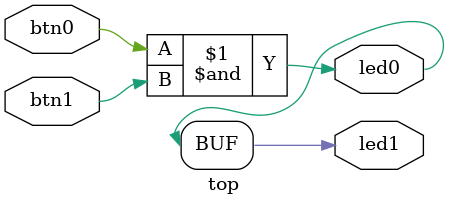
<source format=v>
module top(  input btn0,btn1,
             output led0,led1);

    assign led0 = btn0 & btn1; 
    assign led1 = led0;  

endmodule // top
</source>
